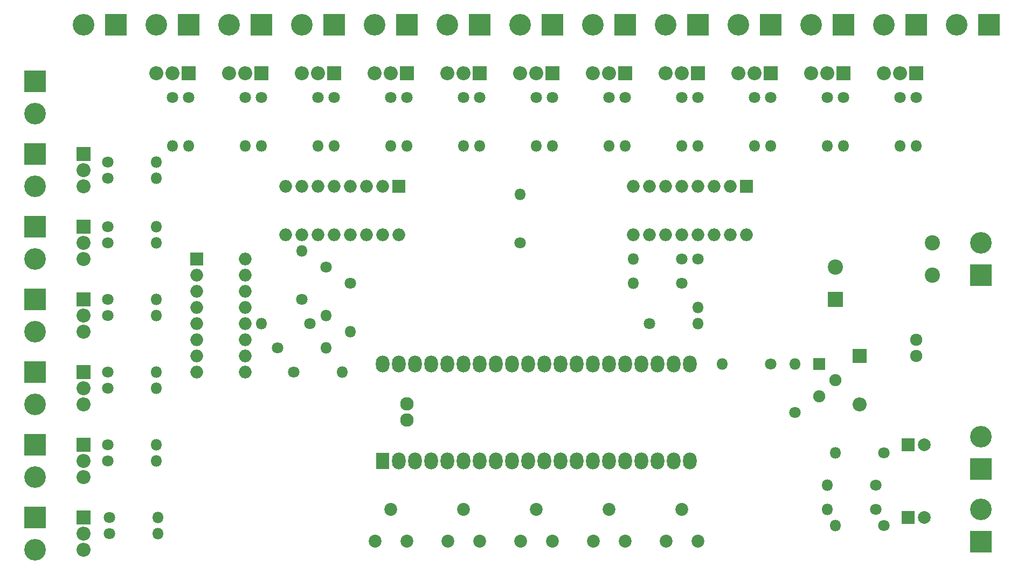
<source format=gbs>
G04 #@! TF.GenerationSoftware,KiCad,Pcbnew,(5.1.5)-3*
G04 #@! TF.CreationDate,2020-04-01T15:34:46+02:00*
G04 #@! TF.ProjectId,stair,73746169-722e-46b6-9963-61645f706362,rev?*
G04 #@! TF.SameCoordinates,Original*
G04 #@! TF.FileFunction,Soldermask,Bot*
G04 #@! TF.FilePolarity,Negative*
%FSLAX46Y46*%
G04 Gerber Fmt 4.6, Leading zero omitted, Abs format (unit mm)*
G04 Created by KiCad (PCBNEW (5.1.5)-3) date 2020-04-01 15:34:46*
%MOMM*%
%LPD*%
G04 APERTURE LIST*
%ADD10C,1.800000*%
%ADD11O,1.800000X1.800000*%
%ADD12R,2.400000X2.400000*%
%ADD13C,2.400000*%
%ADD14R,2.000000X2.000000*%
%ADD15O,2.000000X2.000000*%
%ADD16C,1.924000*%
%ADD17C,2.020000*%
%ADD18R,2.200000X2.200000*%
%ADD19O,2.200000X2.200000*%
%ADD20R,3.400000X3.400000*%
%ADD21C,3.400000*%
%ADD22O,2.127200X2.127200*%
%ADD23O,2.127200X2.650000*%
%ADD24R,2.127200X2.650000*%
%ADD25C,2.000000*%
%ADD26R,1.900000X1.900000*%
%ADD27C,1.900000*%
G04 APERTURE END LIST*
D10*
X171450000Y-105410000D03*
D11*
X179070000Y-105410000D03*
D10*
X207010000Y-130810000D03*
D11*
X199390000Y-130810000D03*
D10*
X207010000Y-134620000D03*
D11*
X199390000Y-134620000D03*
D12*
X200660000Y-101600000D03*
D13*
X200660000Y-96600000D03*
D14*
X186690000Y-83820000D03*
D15*
X168910000Y-91440000D03*
X184150000Y-83820000D03*
X171450000Y-91440000D03*
X181610000Y-83820000D03*
X173990000Y-91440000D03*
X179070000Y-83820000D03*
X176530000Y-91440000D03*
X176530000Y-83820000D03*
X179070000Y-91440000D03*
X173990000Y-83820000D03*
X181610000Y-91440000D03*
X171450000Y-83820000D03*
X184150000Y-91440000D03*
X168910000Y-83820000D03*
X186690000Y-91440000D03*
D10*
X176530000Y-95250000D03*
D11*
X168910000Y-95250000D03*
X151130000Y-85090000D03*
D10*
X151130000Y-92710000D03*
D13*
X215900000Y-92710000D03*
X215900000Y-97790000D03*
D16*
X213360000Y-107950000D03*
X213360000Y-110490000D03*
D17*
X128310000Y-139620000D03*
X130810000Y-134620000D03*
X133310000Y-139620000D03*
D14*
X100330000Y-95250000D03*
D15*
X107950000Y-113030000D03*
X100330000Y-97790000D03*
X107950000Y-110490000D03*
X100330000Y-100330000D03*
X107950000Y-107950000D03*
X100330000Y-102870000D03*
X107950000Y-105410000D03*
X100330000Y-105410000D03*
X107950000Y-102870000D03*
X100330000Y-107950000D03*
X107950000Y-100330000D03*
X100330000Y-110490000D03*
X107950000Y-97790000D03*
X100330000Y-113030000D03*
X107950000Y-95250000D03*
D17*
X151170000Y-139620000D03*
X153670000Y-134620000D03*
X156170000Y-139620000D03*
X174030000Y-139620000D03*
X176530000Y-134620000D03*
X179030000Y-139620000D03*
D14*
X132080000Y-83820000D03*
D15*
X114300000Y-91440000D03*
X129540000Y-83820000D03*
X116840000Y-91440000D03*
X127000000Y-83820000D03*
X119380000Y-91440000D03*
X124460000Y-83820000D03*
X121920000Y-91440000D03*
X121920000Y-83820000D03*
X124460000Y-91440000D03*
X119380000Y-83820000D03*
X127000000Y-91440000D03*
X116840000Y-83820000D03*
X129540000Y-91440000D03*
X114300000Y-83820000D03*
X132080000Y-91440000D03*
D17*
X162600000Y-139620000D03*
X165100000Y-134620000D03*
X167600000Y-139620000D03*
D10*
X130810000Y-69850000D03*
D11*
X130810000Y-77470000D03*
D10*
X96520000Y-69850000D03*
D11*
X96520000Y-77470000D03*
D10*
X86360000Y-115570000D03*
D11*
X93980000Y-115570000D03*
D10*
X86360000Y-104140000D03*
D11*
X93980000Y-104140000D03*
D10*
X86614000Y-138430000D03*
D11*
X94234000Y-138430000D03*
D10*
X107950000Y-69850000D03*
D11*
X107950000Y-77470000D03*
D10*
X86360000Y-127000000D03*
D11*
X93980000Y-127000000D03*
D10*
X190500000Y-111760000D03*
D11*
X182880000Y-111760000D03*
D10*
X190500000Y-69850000D03*
D11*
X190500000Y-77470000D03*
D10*
X113030000Y-109220000D03*
D11*
X120650000Y-109220000D03*
D10*
X86360000Y-92710000D03*
D11*
X93980000Y-92710000D03*
D10*
X86360000Y-82550000D03*
D11*
X93980000Y-82550000D03*
D10*
X119380000Y-69850000D03*
D11*
X119380000Y-77470000D03*
D10*
X153670000Y-69850000D03*
D11*
X153670000Y-77470000D03*
D10*
X176530000Y-69850000D03*
D11*
X176530000Y-77470000D03*
D10*
X124460000Y-99060000D03*
D11*
X124460000Y-106680000D03*
D10*
X187960000Y-69850000D03*
D11*
X187960000Y-77470000D03*
D10*
X165100000Y-69850000D03*
D11*
X165100000Y-77470000D03*
D10*
X142240000Y-69850000D03*
D11*
X142240000Y-77470000D03*
D18*
X82550000Y-124460000D03*
D19*
X82550000Y-127000000D03*
X82550000Y-129540000D03*
D18*
X82550000Y-90170000D03*
D19*
X82550000Y-92710000D03*
X82550000Y-95250000D03*
D18*
X82550000Y-78740000D03*
D19*
X82550000Y-81280000D03*
X82550000Y-83820000D03*
D18*
X99060000Y-66040000D03*
D19*
X96520000Y-66040000D03*
X93980000Y-66040000D03*
D20*
X190500000Y-58420000D03*
D21*
X185420000Y-58420000D03*
D18*
X110490000Y-66040000D03*
D19*
X107950000Y-66040000D03*
X105410000Y-66040000D03*
D18*
X121920000Y-66040000D03*
D19*
X119380000Y-66040000D03*
X116840000Y-66040000D03*
D18*
X82550000Y-113030000D03*
D19*
X82550000Y-115570000D03*
X82550000Y-118110000D03*
D18*
X133350000Y-66040000D03*
D19*
X130810000Y-66040000D03*
X128270000Y-66040000D03*
D18*
X144780000Y-66040000D03*
D19*
X142240000Y-66040000D03*
X139700000Y-66040000D03*
D18*
X156210000Y-66040000D03*
D19*
X153670000Y-66040000D03*
X151130000Y-66040000D03*
D18*
X179070000Y-66040000D03*
D19*
X176530000Y-66040000D03*
X173990000Y-66040000D03*
D18*
X167640000Y-66040000D03*
D19*
X165100000Y-66040000D03*
X162560000Y-66040000D03*
D18*
X190500000Y-66040000D03*
D19*
X187960000Y-66040000D03*
X185420000Y-66040000D03*
D18*
X82550000Y-101600000D03*
D19*
X82550000Y-104140000D03*
X82550000Y-106680000D03*
D10*
X176530000Y-99060000D03*
D11*
X168910000Y-99060000D03*
D10*
X120650000Y-96520000D03*
D11*
X120650000Y-104140000D03*
D10*
X116840000Y-101600000D03*
D11*
X116840000Y-93980000D03*
D10*
X115570000Y-113030000D03*
D11*
X123190000Y-113030000D03*
D10*
X179070000Y-95250000D03*
D11*
X179070000Y-102870000D03*
D10*
X118110000Y-105410000D03*
D11*
X110490000Y-105410000D03*
D22*
X133350000Y-120640000D03*
X133350000Y-118100000D03*
D23*
X129489200Y-111760000D03*
X132080000Y-111760000D03*
X134620000Y-111760000D03*
X137160000Y-111760000D03*
X139700000Y-111760000D03*
X142240000Y-111760000D03*
X144780000Y-111760000D03*
X147320000Y-111760000D03*
X149860000Y-111760000D03*
X152400000Y-111760000D03*
X154940000Y-111760000D03*
X157480000Y-111760000D03*
X160020000Y-111760000D03*
X162560000Y-111760000D03*
X165100000Y-111760000D03*
X167640000Y-111760000D03*
X170180000Y-111760000D03*
X172720000Y-111760000D03*
X175260000Y-111760000D03*
X177800000Y-111760000D03*
X177800000Y-127000000D03*
X175260000Y-127000000D03*
X172720000Y-127000000D03*
X170180000Y-127000000D03*
X167640000Y-127000000D03*
X165100000Y-127000000D03*
X162560000Y-127000000D03*
X160020000Y-127000000D03*
X157480000Y-127000000D03*
X154940000Y-127000000D03*
X152400000Y-127000000D03*
X149860000Y-127000000D03*
X147320000Y-127000000D03*
X144780000Y-127000000D03*
X142240000Y-127000000D03*
X139700000Y-127000000D03*
X137160000Y-127000000D03*
X134620000Y-127000000D03*
X132080000Y-127000000D03*
D24*
X129540000Y-127000000D03*
D10*
X133350000Y-69850000D03*
D11*
X133350000Y-77470000D03*
D10*
X121920000Y-69850000D03*
D11*
X121920000Y-77470000D03*
D17*
X139740000Y-139620000D03*
X142240000Y-134620000D03*
X144740000Y-139620000D03*
D10*
X86360000Y-101600000D03*
D11*
X93980000Y-101600000D03*
D10*
X167640000Y-69850000D03*
D11*
X167640000Y-77470000D03*
D10*
X144780000Y-69850000D03*
D11*
X144780000Y-77470000D03*
D10*
X110490000Y-69850000D03*
D11*
X110490000Y-77470000D03*
D10*
X99060000Y-69850000D03*
D11*
X99060000Y-77470000D03*
D10*
X86360000Y-113030000D03*
D11*
X93980000Y-113030000D03*
D10*
X86360000Y-90170000D03*
D11*
X93980000Y-90170000D03*
D10*
X86614000Y-135890000D03*
D11*
X94234000Y-135890000D03*
D10*
X156210000Y-69850000D03*
D11*
X156210000Y-77470000D03*
D10*
X86360000Y-80010000D03*
D11*
X93980000Y-80010000D03*
D10*
X86360000Y-124460000D03*
D11*
X93980000Y-124460000D03*
D10*
X179070000Y-69850000D03*
D11*
X179070000Y-77470000D03*
D20*
X144780000Y-58420000D03*
D21*
X139700000Y-58420000D03*
D20*
X156210000Y-58420000D03*
D21*
X151130000Y-58420000D03*
D20*
X167640000Y-58420000D03*
D21*
X162560000Y-58420000D03*
D20*
X179070000Y-58420000D03*
D21*
X173990000Y-58420000D03*
D20*
X99060000Y-58420000D03*
D21*
X93980000Y-58420000D03*
D20*
X87630000Y-58420000D03*
D21*
X82550000Y-58420000D03*
D20*
X74930000Y-101600000D03*
D21*
X74930000Y-106680000D03*
D18*
X82550000Y-135890000D03*
D19*
X82550000Y-138430000D03*
X82550000Y-140970000D03*
D20*
X74930000Y-78740000D03*
D21*
X74930000Y-83820000D03*
D20*
X121920000Y-58420000D03*
D21*
X116840000Y-58420000D03*
D20*
X74930000Y-113030000D03*
D21*
X74930000Y-118110000D03*
D20*
X74930000Y-124460000D03*
D21*
X74930000Y-129540000D03*
D20*
X74930000Y-67310000D03*
D21*
X74930000Y-72390000D03*
D20*
X74930000Y-135890000D03*
D21*
X74930000Y-140970000D03*
D20*
X74930000Y-90170000D03*
D21*
X74930000Y-95250000D03*
D20*
X110490000Y-58420000D03*
D21*
X105410000Y-58420000D03*
D20*
X133350000Y-58420000D03*
D21*
X128270000Y-58420000D03*
D25*
X214590000Y-135890000D03*
D14*
X212090000Y-135890000D03*
D10*
X194310000Y-119380000D03*
D11*
X194310000Y-111760000D03*
D10*
X210820000Y-69850000D03*
D11*
X210820000Y-77470000D03*
D10*
X199390000Y-69850000D03*
D11*
X199390000Y-77470000D03*
D10*
X208280000Y-125730000D03*
D11*
X200660000Y-125730000D03*
D10*
X208280000Y-137160000D03*
D11*
X200660000Y-137160000D03*
D10*
X213360000Y-69850000D03*
D11*
X213360000Y-77470000D03*
D10*
X201930000Y-69850000D03*
D11*
X201930000Y-77470000D03*
D26*
X198120000Y-111760000D03*
D27*
X198120000Y-116840000D03*
X200660000Y-114300000D03*
D25*
X214590000Y-124460000D03*
D14*
X212090000Y-124460000D03*
D20*
X224790000Y-58420000D03*
D21*
X219710000Y-58420000D03*
D20*
X201930000Y-58420000D03*
D21*
X196850000Y-58420000D03*
D20*
X213360000Y-58420000D03*
D21*
X208280000Y-58420000D03*
D18*
X201930000Y-66040000D03*
D19*
X199390000Y-66040000D03*
X196850000Y-66040000D03*
D18*
X213360000Y-66040000D03*
D19*
X210820000Y-66040000D03*
X208280000Y-66040000D03*
D18*
X204470000Y-110490000D03*
D19*
X204470000Y-118110000D03*
D20*
X223520000Y-139700000D03*
D21*
X223520000Y-134620000D03*
D20*
X223520000Y-128270000D03*
D21*
X223520000Y-123190000D03*
D20*
X223520000Y-97790000D03*
D21*
X223520000Y-92710000D03*
M02*

</source>
